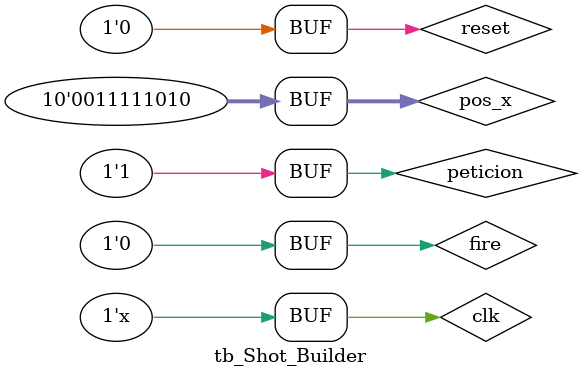
<source format=v>
`timescale 1ns / 1ps
module tb_Shot_Builder(
    );

	reg clk;
	reg fire; 
	reg reset;
	reg[9:0] pos_x; 
	reg[9:0] vcount;
	reg[9:0] hcount;
	reg peticion;
	wire[9:0]position_y;
	wire[9:0] position_x;
	wire [5:0]conta;
	Shot_Builder SB(clk, fire, reset, pos_x, vcount, hcount,peticion, position_y, position_x, conta);
	
	initial 
	begin
		clk = 0;
		fire= 0;
		reset = 1;
		pos_x = 0;
		vcount = 0;
		hcount = 0;
		peticion = 0;
		#10;
		reset= 0;
		#10
		fire = 1;
		pos_x = 200;
		#10
		fire = 0;
		#10
		fire = 1;
		#10
		pos_x = 300;
		#10
		fire = 0;
		#10
		fire = 1;
		#10
		pos_x = 250;
		#10;
		fire = 0;
		peticion=1;
		#20
		peticion=0;
		#10;
		peticion=1;
		
	end
	
	always
	begin
		#5;
		clk = !clk;
	end
	
	always @(posedge clk) begin
		hcount = hcount +1;
		if(hcount == 640)begin
			vcount =vcount+1;
		end
		if(hcount > 640)begin
			hcount =0;
		end
		
		if(vcount > 480)begin
			vcount = 0;
		end
	end
endmodule

</source>
